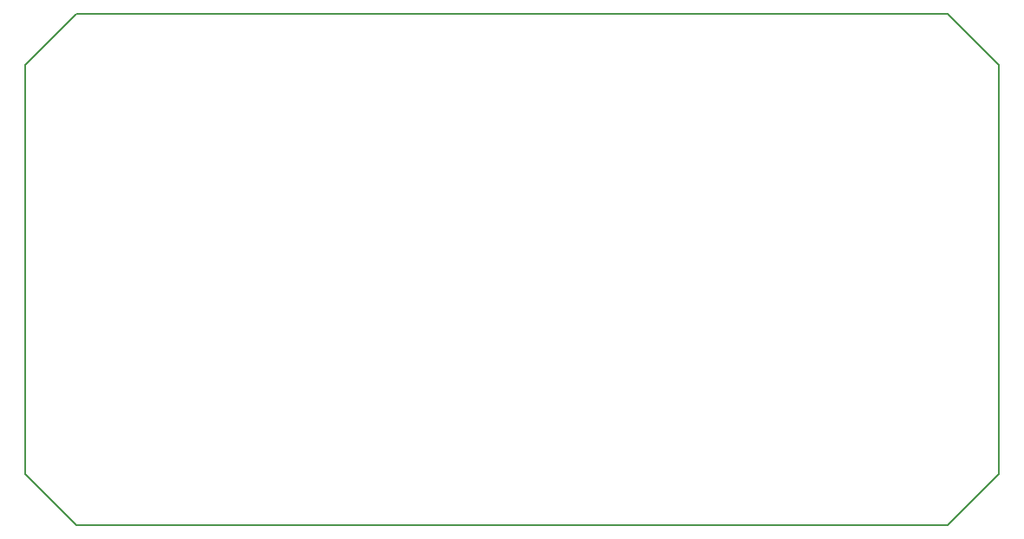
<source format=gm1>
G04 #@! TF.GenerationSoftware,KiCad,Pcbnew,5.0.2-bee76a0~70~ubuntu16.04.1*
G04 #@! TF.CreationDate,2019-03-06T16:09:25+01:00*
G04 #@! TF.ProjectId,Metering,4d657465-7269-46e6-972e-6b696361645f,rev?*
G04 #@! TF.SameCoordinates,Original*
G04 #@! TF.FileFunction,Profile,NP*
%FSLAX46Y46*%
G04 Gerber Fmt 4.6, Leading zero omitted, Abs format (unit mm)*
G04 Created by KiCad (PCBNEW 5.0.2-bee76a0~70~ubuntu16.04.1) date Mi 06 Mär 2019 16:09:25 CET*
%MOMM*%
%LPD*%
G01*
G04 APERTURE LIST*
%ADD10C,0.150000*%
G04 APERTURE END LIST*
D10*
X105000000Y-95000000D02*
X110000000Y-100000000D01*
X105000000Y-55000000D02*
X110000000Y-50000000D01*
X195000000Y-100000000D02*
X200000000Y-95000000D01*
X195000000Y-50000000D02*
X200000000Y-55000000D01*
X105000000Y-95000000D02*
X105000000Y-55000000D01*
X195000000Y-100000000D02*
X110000000Y-100000000D01*
X200000000Y-55000000D02*
X200000000Y-95000000D01*
X110000000Y-50000000D02*
X195000000Y-50000000D01*
M02*

</source>
